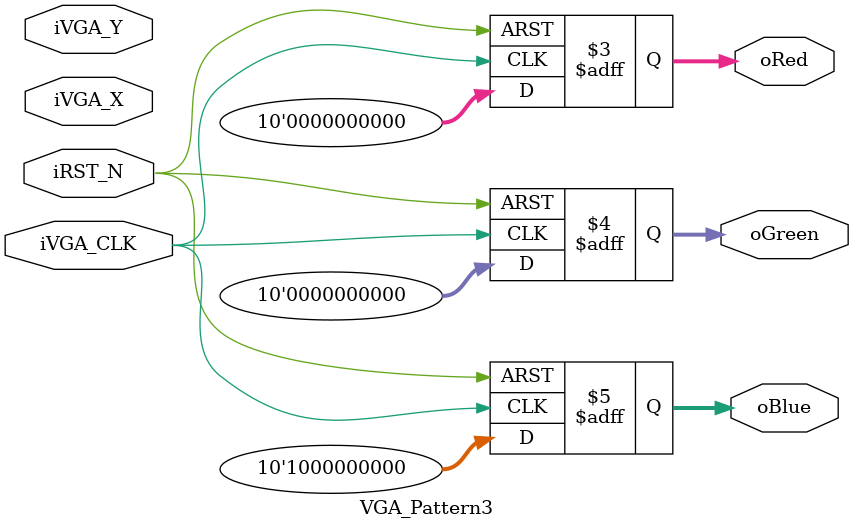
<source format=v>
module	VGA_Pattern3	(	//	Read Out Side
						oRed,
						oGreen,
						oBlue,
						iVGA_X,
						iVGA_Y,
						iVGA_CLK,
						//	Control Signals
						iRST_N	);
//	Read Out Side
output	reg	[9:0]	oRed;
output	reg	[9:0]	oGreen;
output	reg	[9:0]	oBlue;
input	[9:0]		iVGA_X;
input	[9:0]		iVGA_Y;
input				iVGA_CLK;
//	Control Signals
input				iRST_N;

always@(posedge iVGA_CLK or negedge iRST_N)
begin
	if(!iRST_N)
	begin
		oRed	 <=	0;
		oGreen <=	0;
		oBlue	 <=	0;
	end
	else
	begin
		oRed	 <=	 0;
		oGreen <=	 0;
		oBlue	 <=	 512 ;
	end
end

endmodule
</source>
